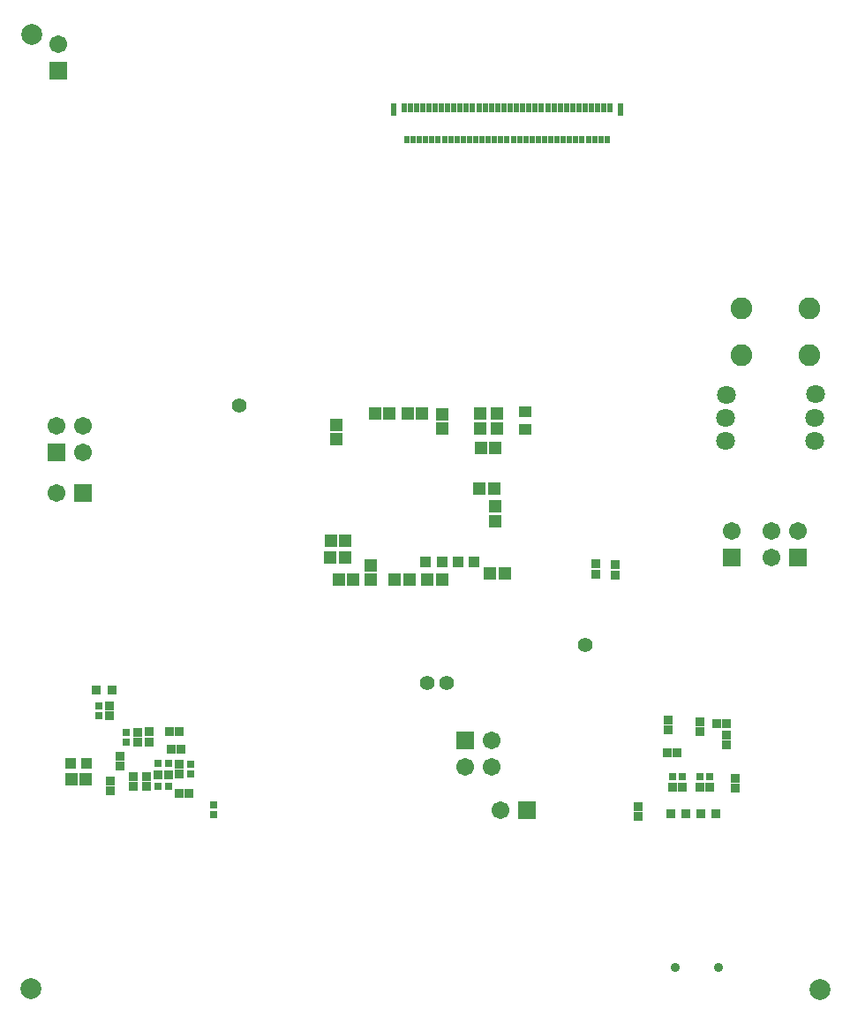
<source format=gbs>
G04*
G04 #@! TF.GenerationSoftware,Altium Limited,Altium Designer,20.1.7 (139)*
G04*
G04 Layer_Color=16711935*
%FSLAX25Y25*%
%MOIN*%
G70*
G04*
G04 #@! TF.SameCoordinates,F1024F09-50C5-4513-BE08-2A4FEE95A773*
G04*
G04*
G04 #@! TF.FilePolarity,Negative*
G04*
G01*
G75*
%ADD64R,0.04147X0.04343*%
%ADD78R,0.03477X0.03477*%
%ADD79R,0.03477X0.03477*%
%ADD81R,0.03084X0.03005*%
%ADD90C,0.07874*%
%ADD91R,0.03005X0.03084*%
%ADD92R,0.04540X0.05131*%
%ADD101R,0.05131X0.04540*%
%ADD112C,0.05521*%
%ADD113C,0.06706*%
%ADD114R,0.06706X0.06706*%
%ADD115C,0.07096*%
%ADD116R,0.06706X0.06706*%
%ADD117C,0.08200*%
%ADD118C,0.03556*%
%ADD162R,0.01981X0.03438*%
%ADD163R,0.01981X0.02769*%
%ADD164R,0.02178X0.04737*%
%ADD165R,0.03556X0.03753*%
%ADD166R,0.04934X0.04147*%
D64*
X187118Y176996D02*
D03*
X181016D02*
D03*
X175016Y177004D02*
D03*
X168913D02*
D03*
X34760Y101169D02*
D03*
X40862D02*
D03*
D78*
X240614Y172248D02*
D03*
Y175949D02*
D03*
X233327Y172579D02*
D03*
Y176279D02*
D03*
X64447Y109250D02*
D03*
Y112951D02*
D03*
X63488Y92547D02*
D03*
Y96248D02*
D03*
X58535D02*
D03*
Y92547D02*
D03*
X53396Y100187D02*
D03*
Y103888D02*
D03*
X285827Y91709D02*
D03*
Y95410D02*
D03*
X282449Y111803D02*
D03*
Y108102D02*
D03*
X272480Y113216D02*
D03*
Y116917D02*
D03*
X49976Y90744D02*
D03*
Y94445D02*
D03*
X249272Y81187D02*
D03*
Y84888D02*
D03*
X260366Y113614D02*
D03*
Y117315D02*
D03*
X60020Y112894D02*
D03*
Y109193D02*
D03*
X49559Y122839D02*
D03*
Y119138D02*
D03*
X75984Y100878D02*
D03*
Y97177D02*
D03*
D79*
X76539Y106480D02*
D03*
X72839D02*
D03*
X75945Y89614D02*
D03*
X79646D02*
D03*
X272567Y91921D02*
D03*
X276268D02*
D03*
X260221Y104921D02*
D03*
X263921D02*
D03*
X265905Y91931D02*
D03*
X262205D02*
D03*
X278795Y116004D02*
D03*
X282496D02*
D03*
X71689Y96661D02*
D03*
X67988D02*
D03*
X72205Y113055D02*
D03*
X75906D02*
D03*
D81*
X55811Y109122D02*
D03*
Y112902D02*
D03*
X88945Y85504D02*
D03*
Y81724D02*
D03*
X45429Y122886D02*
D03*
Y119106D02*
D03*
X80138Y100902D02*
D03*
Y97122D02*
D03*
D90*
X20098Y376035D02*
D03*
X317764Y15894D02*
D03*
X19748Y16232D02*
D03*
D91*
X67980Y92496D02*
D03*
X71760D02*
D03*
X67984Y100921D02*
D03*
X71764D02*
D03*
X262157Y96114D02*
D03*
X265937D02*
D03*
X272492Y96096D02*
D03*
X276272D02*
D03*
D92*
X195925Y233067D02*
D03*
Y227555D02*
D03*
X195299Y198043D02*
D03*
Y192532D02*
D03*
X175220Y232780D02*
D03*
Y227268D02*
D03*
X189500Y233004D02*
D03*
Y227492D02*
D03*
X135012Y228858D02*
D03*
Y223346D02*
D03*
X148224Y175882D02*
D03*
Y170370D02*
D03*
D101*
X193189Y172878D02*
D03*
X198701D02*
D03*
X35079Y95000D02*
D03*
X40591D02*
D03*
X194791Y204909D02*
D03*
X189280D02*
D03*
X195240Y219933D02*
D03*
X189728D02*
D03*
X167559Y233185D02*
D03*
X162047D02*
D03*
X155280Y233157D02*
D03*
X149768D02*
D03*
X138603Y185006D02*
D03*
X133091D02*
D03*
X138483Y178663D02*
D03*
X132971D02*
D03*
X141630Y170472D02*
D03*
X136118D02*
D03*
X157315Y170406D02*
D03*
X162827D02*
D03*
X175087D02*
D03*
X169575D02*
D03*
D112*
X229142Y145689D02*
D03*
X176945Y131421D02*
D03*
X169602D02*
D03*
X98465Y235992D02*
D03*
D113*
X299532Y188847D02*
D03*
X309531D02*
D03*
X299532Y178847D02*
D03*
X284429Y188847D02*
D03*
X197157Y83473D02*
D03*
X39575Y228547D02*
D03*
Y218547D02*
D03*
X29575Y228547D02*
D03*
X29658Y203114D02*
D03*
X193705Y99614D02*
D03*
X183705D02*
D03*
X193705Y109614D02*
D03*
X30102Y372547D02*
D03*
D114*
X309531Y178847D02*
D03*
X284429D02*
D03*
X183705Y109614D02*
D03*
X30102Y362547D02*
D03*
D115*
X282213Y222689D02*
D03*
Y231319D02*
D03*
X315902Y222689D02*
D03*
Y231319D02*
D03*
X316114Y240496D02*
D03*
X282425Y239933D02*
D03*
D116*
X207157Y83473D02*
D03*
X29575Y218547D02*
D03*
X39658Y203114D02*
D03*
D117*
X313729Y255045D02*
D03*
X288129D02*
D03*
X313729Y272845D02*
D03*
X288129D02*
D03*
D118*
X279382Y24142D02*
D03*
X263043D02*
D03*
D162*
X160669Y348437D02*
D03*
X163031D02*
D03*
X165394D02*
D03*
X167756D02*
D03*
X170118D02*
D03*
X172480D02*
D03*
X174842D02*
D03*
X177205D02*
D03*
X179567D02*
D03*
X181929D02*
D03*
X184291D02*
D03*
X186653D02*
D03*
X189016D02*
D03*
X191378D02*
D03*
X193740D02*
D03*
X196102D02*
D03*
X198465D02*
D03*
X200827D02*
D03*
X203189D02*
D03*
X205551D02*
D03*
X207913D02*
D03*
X210276D02*
D03*
X212638D02*
D03*
X215000D02*
D03*
X217362D02*
D03*
X219724D02*
D03*
X222087D02*
D03*
X224449D02*
D03*
X226811D02*
D03*
X229173D02*
D03*
X231535D02*
D03*
X233898D02*
D03*
X236260D02*
D03*
X238622D02*
D03*
D163*
X161850Y336370D02*
D03*
X164213D02*
D03*
X166575D02*
D03*
X168937D02*
D03*
X171299D02*
D03*
X173661D02*
D03*
X176023D02*
D03*
X178386D02*
D03*
X180748D02*
D03*
X183110D02*
D03*
X185472D02*
D03*
X187835D02*
D03*
X190197D02*
D03*
X192559D02*
D03*
X194921D02*
D03*
X197283D02*
D03*
X199646D02*
D03*
X202008D02*
D03*
X204370D02*
D03*
X206732D02*
D03*
X209094D02*
D03*
X211457D02*
D03*
X213819D02*
D03*
X216181D02*
D03*
X218543D02*
D03*
X220905D02*
D03*
X223268D02*
D03*
X225630D02*
D03*
X227992D02*
D03*
X230354D02*
D03*
X232716D02*
D03*
X235079D02*
D03*
X237441D02*
D03*
D164*
X156831Y347787D02*
D03*
X242461D02*
D03*
D165*
X50343Y128602D02*
D03*
X44634D02*
D03*
X278543Y82035D02*
D03*
X272835D02*
D03*
X267106Y82016D02*
D03*
X261398D02*
D03*
D166*
X206394Y226965D02*
D03*
Y233657D02*
D03*
M02*

</source>
